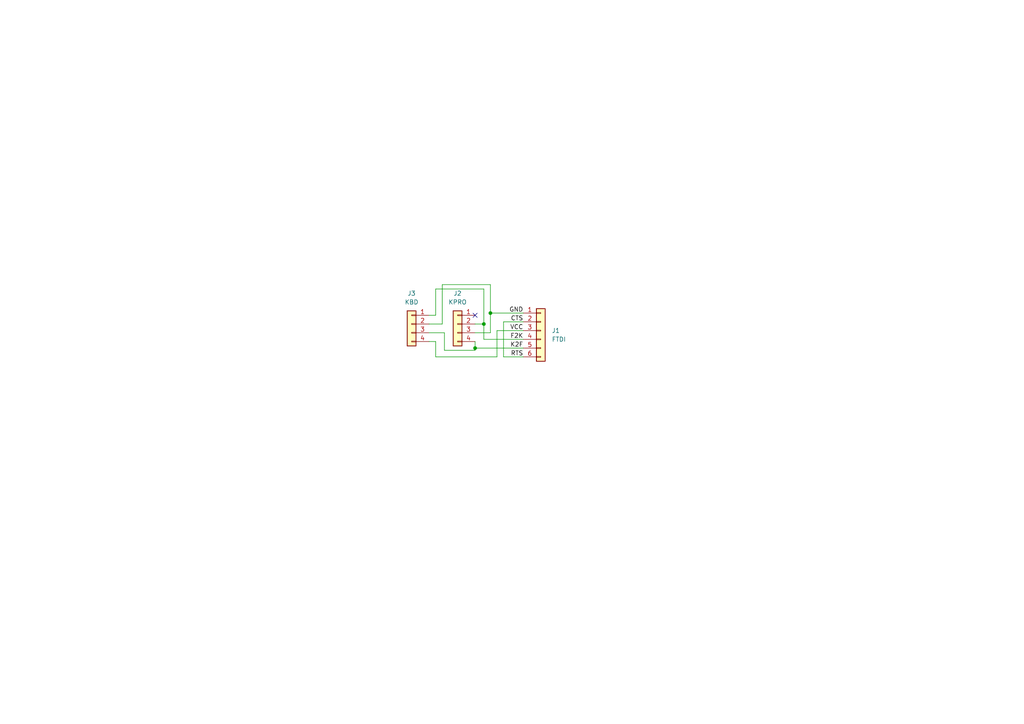
<source format=kicad_sch>
(kicad_sch (version 20211123) (generator eeschema)
  (paper "A4")
  (lib_symbols
    (symbol "Connector_Generic:Conn_01x04" (pin_names (offset 1.016) hide)
      (property "Reference" "J" (at 0 5.08 0))
      (property "Value" "Conn_01x04" (at 0 -7.62 0))
      (symbol "Conn_01x04_1_1"
        (rectangle (start -1.27 -4.953) (end 0 -5.207) (stroke (width 0.1524)))
        (rectangle (start -1.27 -2.413) (end 0 -2.667) (stroke (width 0.1524)))
        (rectangle (start -1.27 0.127) (end 0 -0.127) (stroke (width 0.1524)))
        (rectangle (start -1.27 2.667) (end 0 2.413) (stroke (width 0.1524)))
        (rectangle (start -1.27 3.81) (end 1.27 -6.35) (stroke (width 0.254)) (fill (type background)))
        (pin passive line (at -5.08 2.54 0) (length 3.81) (name "Pin_1") (number "1"))
        (pin passive line (at -5.08 0 0) (length 3.81) (name "Pin_2") (number "2"))
        (pin passive line (at -5.08 -2.54 0) (length 3.81) (name "Pin_3") (number "3"))
        (pin passive line (at -5.08 -5.08 0) (length 3.81) (name "Pin_4") (number "4"))
      )
    )
    (symbol "Connector_Generic:Conn_01x06" (pin_names (offset 1.016) hide)
      (property "Reference" "J" (at 0 7.62 0))
      (property "Value" "Conn_01x06" (at 0 -10.16 0))
      (symbol "Conn_01x06_1_1"
        (rectangle (start -1.27 -7.493) (end 0 -7.747) (stroke (width 0.1524)))
        (rectangle (start -1.27 -4.953) (end 0 -5.207) (stroke (width 0.1524)))
        (rectangle (start -1.27 -2.413) (end 0 -2.667) (stroke (width 0.1524)))
        (rectangle (start -1.27 0.127) (end 0 -0.127) (stroke (width 0.1524)))
        (rectangle (start -1.27 2.667) (end 0 2.413) (stroke (width 0.1524)))
        (rectangle (start -1.27 5.207) (end 0 4.953) (stroke (width 0.1524)))
        (rectangle (start -1.27 6.35) (end 1.27 -8.89) (stroke (width 0.254)) (fill (type background)))
        (pin passive line (at -5.08 5.08 0) (length 3.81) (name "Pin_1") (number "1"))
        (pin passive line (at -5.08 2.54 0) (length 3.81) (name "Pin_2") (number "2"))
        (pin passive line (at -5.08 0 0) (length 3.81) (name "Pin_3") (number "3"))
        (pin passive line (at -5.08 -2.54 0) (length 3.81) (name "Pin_4") (number "4"))
        (pin passive line (at -5.08 -5.08 0) (length 3.81) (name "Pin_5") (number "5"))
        (pin passive line (at -5.08 -7.62 0) (length 3.81) (name "Pin_6") (number "6"))
      )
    )
  )
  (junction (at 137.795 100.965))
  (junction (at 142.24 90.805))
  (junction (at 140.335 93.98))
  (no_connect (at 137.795 91.44))
  (wire (pts (xy 144.145 103.505) (xy 144.145 95.885)))
  (wire (pts (xy 151.765 90.805) (xy 142.24 90.805)))
  (wire (pts (xy 140.335 93.98) (xy 140.335 98.425)))
  (wire (pts (xy 124.46 93.98) (xy 128.27 93.98)))
  (wire (pts (xy 124.46 99.06) (xy 126.365 99.06)))
  (wire (pts (xy 142.24 90.805) (xy 142.24 96.52)))
  (wire (pts (xy 137.795 100.965) (xy 151.765 100.965)))
  (wire (pts (xy 142.24 96.52) (xy 137.795 96.52)))
  (wire (pts (xy 146.05 103.505) (xy 151.765 103.505)))
  (wire (pts (xy 128.27 82.55) (xy 142.24 82.55)))
  (wire (pts (xy 128.905 101.6) (xy 137.795 101.6)))
  (wire (pts (xy 126.365 91.44) (xy 124.46 91.44)))
  (wire (pts (xy 151.765 93.345) (xy 146.05 93.345)))
  (wire (pts (xy 126.365 99.06) (xy 126.365 103.505)))
  (wire (pts (xy 140.335 98.425) (xy 151.765 98.425)))
  (wire (pts (xy 137.795 93.98) (xy 140.335 93.98)))
  (wire (pts (xy 140.335 93.98) (xy 140.335 83.82)))
  (wire (pts (xy 126.365 103.505) (xy 144.145 103.505)))
  (wire (pts (xy 146.05 93.345) (xy 146.05 103.505)))
  (wire (pts (xy 137.795 99.06) (xy 137.795 100.965)))
  (wire (pts (xy 144.145 95.885) (xy 151.765 95.885)))
  (wire (pts (xy 128.905 96.52) (xy 128.905 101.6)))
  (wire (pts (xy 140.335 83.82) (xy 126.365 83.82)))
  (wire (pts (xy 128.27 93.98) (xy 128.27 82.55)))
  (wire (pts (xy 126.365 83.82) (xy 126.365 91.44)))
  (wire (pts (xy 124.46 96.52) (xy 128.905 96.52)))
  (wire (pts (xy 142.24 82.55) (xy 142.24 90.805)))
  (wire (pts (xy 137.795 101.6) (xy 137.795 100.965)))
  (label "VCC" (at 151.765 95.885 180))
  (label "GND" (at 151.765 90.805 180))
  (label "K2F" (at 151.765 100.965 180))
  (label "CTS" (at 151.765 93.345 180))
  (label "RTS" (at 151.765 103.505 180))
  (label "F2K" (at 151.765 98.425 180))
  (symbol (lib_id "Connector_Generic:Conn_01x06") (at 156.845 95.885 0) (unit 1)
    (property "Reference" "J1" (at 160.02 95.8849 0) (effects (justify left)))
    (property "Value" "FTDI" (at 160.02 98.4249 0) (effects (justify left)))
    (property "Footprint" "Connector_PinHeader_2.54mm:PinHeader_1x06_P2.54mm_Vertical" (effects hide))
  )
  (symbol (lib_id "Connector_Generic:Conn_01x04") (at 119.38 93.98 0) (mirror y) (unit 1)
    (property "Reference" "J3" (at 119.38 85.09 0))
    (property "Value" "KBD" (at 119.38 87.63 0))
    (property "Footprint" "Connector_PinHeader_2.54mm:PinHeader_1x04_P2.54mm_Vertical" (effects hide))
  )
  (symbol (lib_id "Connector_Generic:Conn_01x04") (at 132.715 93.98 0) (mirror y) (unit 1)
    (property "Reference" "J2" (at 132.715 85.09 0))
    (property "Value" "KPRO" (at 132.715 87.63 0))
    (property "Footprint" "Connector_PinHeader_2.54mm:PinHeader_1x04_P2.54mm_Vertical" (effects hide))
  )
)
</source>
